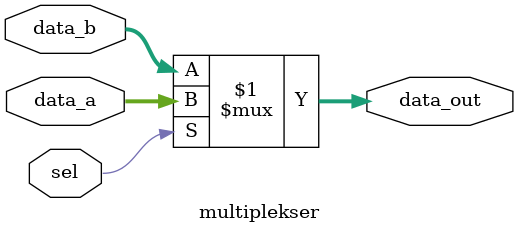
<source format=sv>

module multiplekser#(
    parameter WIDTH = 16
)(
    input wire [WIDTH-1:0] data_a,
    input wire [WIDTH-1:0] data_b,
    input wire sel,
    output logic [WIDTH-1:0] data_out
);

assign data_out = (sel) ? data_a : data_b;

endmodule


//Stary mux_AXI.sv
// module mux#(
//     parameter WIDTH = 13,//14
// )
// (
//     input wire clk,
//     input wire [WIDTH-1:0] A_probka_FIR,
//     input wire [WIDTH-1:0] a_address,
//     input wire FSM_MUX,
//     output logic [WIDTH-1:0] probka_address
// );
 

// always_ff @( posedge clk ) begin // jesli bez zegara always_comb 
//    if(FSM_MUX) probka_address <= a_address;
//    else probka_address <= A_probka_FIR;
// end
 

// endmodule
</source>
